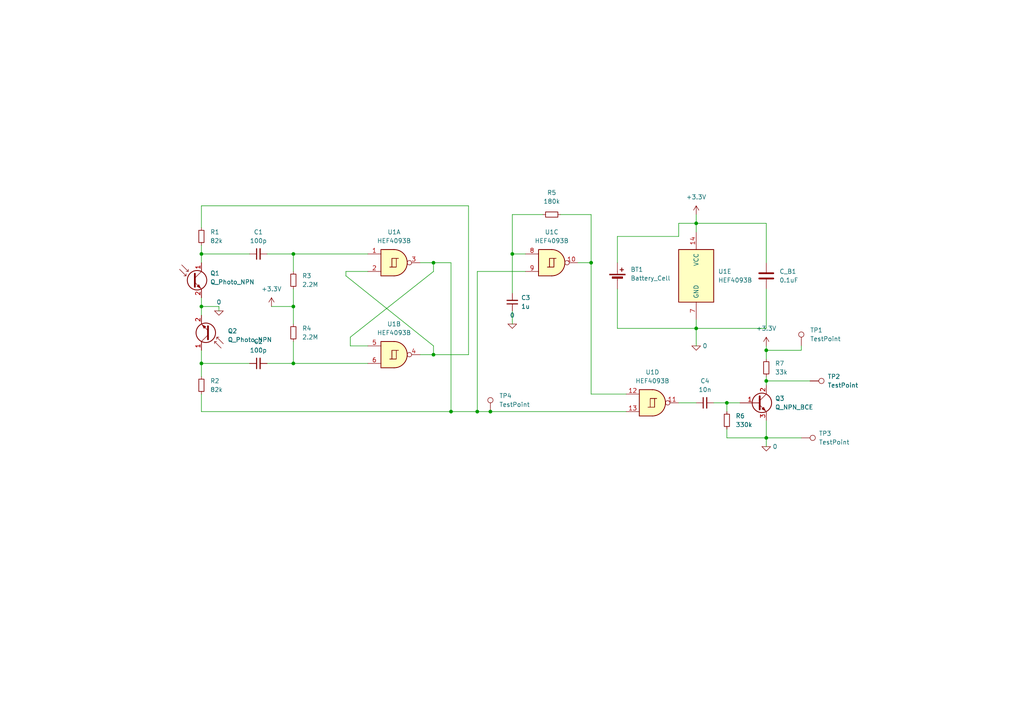
<source format=kicad_sch>
(kicad_sch (version 20230121) (generator eeschema)

  (uuid 1bcaeffc-debd-42e7-be4c-dcc146a9c9e1)

  (paper "A4")

  (lib_symbols
    (symbol "4xxx:HEF4093B" (pin_names (offset 1.016)) (in_bom yes) (on_board yes)
      (property "Reference" "U" (at 0 1.27 0)
        (effects (font (size 1.27 1.27)))
      )
      (property "Value" "HEF4093B" (at 0 -1.27 0)
        (effects (font (size 1.27 1.27)))
      )
      (property "Footprint" "" (at 0 0 0)
        (effects (font (size 1.27 1.27)) hide)
      )
      (property "Datasheet" "https://assets.nexperia.com/documents/data-sheet/HEF4093B.pdf" (at 0 0 0)
        (effects (font (size 1.27 1.27)) hide)
      )
      (property "ki_locked" "" (at 0 0 0)
        (effects (font (size 1.27 1.27)))
      )
      (property "ki_keywords" "NAND2" (at 0 0 0)
        (effects (font (size 1.27 1.27)) hide)
      )
      (property "ki_description" "Quad 2-Input NAND Schmitt Trigger, SOIC-14" (at 0 0 0)
        (effects (font (size 1.27 1.27)) hide)
      )
      (property "ki_fp_filters" "SOIC*3.9x8.7mm*P1.27mm*" (at 0 0 0)
        (effects (font (size 1.27 1.27)) hide)
      )
      (symbol "HEF4093B_1_0"
        (polyline
          (pts
            (xy -0.635 -1.27)
            (xy -0.635 1.27)
            (xy 0.635 1.27)
          )
          (stroke (width 0) (type default))
          (fill (type none))
        )
        (polyline
          (pts
            (xy -0.635 -1.27)
            (xy -0.635 1.27)
            (xy 0.635 1.27)
          )
          (stroke (width 0) (type default))
          (fill (type none))
        )
        (polyline
          (pts
            (xy -1.27 -1.27)
            (xy 0.635 -1.27)
            (xy 0.635 1.27)
            (xy 1.27 1.27)
          )
          (stroke (width 0) (type default))
          (fill (type none))
        )
        (polyline
          (pts
            (xy -1.27 -1.27)
            (xy 0.635 -1.27)
            (xy 0.635 1.27)
            (xy 1.27 1.27)
          )
          (stroke (width 0) (type default))
          (fill (type none))
        )
      )
      (symbol "HEF4093B_1_1"
        (arc (start 0 -3.81) (mid 3.7934 0) (end 0 3.81)
          (stroke (width 0.254) (type default))
          (fill (type background))
        )
        (polyline
          (pts
            (xy 0 3.81)
            (xy -3.81 3.81)
            (xy -3.81 -3.81)
            (xy 0 -3.81)
          )
          (stroke (width 0.254) (type default))
          (fill (type background))
        )
        (pin input line (at -7.62 2.54 0) (length 3.81)
          (name "~" (effects (font (size 1.27 1.27))))
          (number "1" (effects (font (size 1.27 1.27))))
        )
        (pin input line (at -7.62 -2.54 0) (length 3.81)
          (name "~" (effects (font (size 1.27 1.27))))
          (number "2" (effects (font (size 1.27 1.27))))
        )
        (pin output inverted (at 7.62 0 180) (length 3.81)
          (name "~" (effects (font (size 1.27 1.27))))
          (number "3" (effects (font (size 1.27 1.27))))
        )
      )
      (symbol "HEF4093B_1_2"
        (arc (start -3.81 -3.81) (mid -2.589 0) (end -3.81 3.81)
          (stroke (width 0.254) (type default))
          (fill (type none))
        )
        (arc (start -0.6096 -3.81) (mid 2.1842 -2.5851) (end 3.81 0)
          (stroke (width 0.254) (type default))
          (fill (type background))
        )
        (polyline
          (pts
            (xy -3.81 -3.81)
            (xy -0.635 -3.81)
          )
          (stroke (width 0.254) (type default))
          (fill (type background))
        )
        (polyline
          (pts
            (xy -3.81 3.81)
            (xy -0.635 3.81)
          )
          (stroke (width 0.254) (type default))
          (fill (type background))
        )
        (polyline
          (pts
            (xy -0.635 3.81)
            (xy -3.81 3.81)
            (xy -3.81 3.81)
            (xy -3.556 3.4036)
            (xy -3.0226 2.2606)
            (xy -2.6924 1.0414)
            (xy -2.6162 -0.254)
            (xy -2.7686 -1.4986)
            (xy -3.175 -2.7178)
            (xy -3.81 -3.81)
            (xy -3.81 -3.81)
            (xy -0.635 -3.81)
          )
          (stroke (width -25.4) (type default))
          (fill (type background))
        )
        (arc (start 3.81 0) (mid 2.1915 2.5936) (end -0.6096 3.81)
          (stroke (width 0.254) (type default))
          (fill (type background))
        )
        (pin input inverted (at -7.62 2.54 0) (length 4.318)
          (name "~" (effects (font (size 1.27 1.27))))
          (number "1" (effects (font (size 1.27 1.27))))
        )
        (pin input inverted (at -7.62 -2.54 0) (length 4.318)
          (name "~" (effects (font (size 1.27 1.27))))
          (number "2" (effects (font (size 1.27 1.27))))
        )
        (pin output line (at 7.62 0 180) (length 3.81)
          (name "~" (effects (font (size 1.27 1.27))))
          (number "3" (effects (font (size 1.27 1.27))))
        )
      )
      (symbol "HEF4093B_2_0"
        (polyline
          (pts
            (xy -0.635 -1.27)
            (xy -0.635 1.27)
            (xy 0.635 1.27)
          )
          (stroke (width 0) (type default))
          (fill (type none))
        )
        (polyline
          (pts
            (xy -0.635 -1.27)
            (xy -0.635 1.27)
            (xy 0.635 1.27)
          )
          (stroke (width 0) (type default))
          (fill (type none))
        )
        (polyline
          (pts
            (xy -1.27 -1.27)
            (xy 0.635 -1.27)
            (xy 0.635 1.27)
            (xy 1.27 1.27)
          )
          (stroke (width 0) (type default))
          (fill (type none))
        )
        (polyline
          (pts
            (xy -1.27 -1.27)
            (xy 0.635 -1.27)
            (xy 0.635 1.27)
            (xy 1.27 1.27)
          )
          (stroke (width 0) (type default))
          (fill (type none))
        )
      )
      (symbol "HEF4093B_2_1"
        (arc (start 0 -3.81) (mid 3.7934 0) (end 0 3.81)
          (stroke (width 0.254) (type default))
          (fill (type background))
        )
        (polyline
          (pts
            (xy 0 3.81)
            (xy -3.81 3.81)
            (xy -3.81 -3.81)
            (xy 0 -3.81)
          )
          (stroke (width 0.254) (type default))
          (fill (type background))
        )
        (pin output inverted (at 7.62 0 180) (length 3.81)
          (name "~" (effects (font (size 1.27 1.27))))
          (number "4" (effects (font (size 1.27 1.27))))
        )
        (pin input line (at -7.62 2.54 0) (length 3.81)
          (name "~" (effects (font (size 1.27 1.27))))
          (number "5" (effects (font (size 1.27 1.27))))
        )
        (pin input line (at -7.62 -2.54 0) (length 3.81)
          (name "~" (effects (font (size 1.27 1.27))))
          (number "6" (effects (font (size 1.27 1.27))))
        )
      )
      (symbol "HEF4093B_2_2"
        (arc (start -3.81 -3.81) (mid -2.589 0) (end -3.81 3.81)
          (stroke (width 0.254) (type default))
          (fill (type none))
        )
        (arc (start -0.6096 -3.81) (mid 2.1842 -2.5851) (end 3.81 0)
          (stroke (width 0.254) (type default))
          (fill (type background))
        )
        (polyline
          (pts
            (xy -3.81 -3.81)
            (xy -0.635 -3.81)
          )
          (stroke (width 0.254) (type default))
          (fill (type background))
        )
        (polyline
          (pts
            (xy -3.81 3.81)
            (xy -0.635 3.81)
          )
          (stroke (width 0.254) (type default))
          (fill (type background))
        )
        (polyline
          (pts
            (xy -0.635 3.81)
            (xy -3.81 3.81)
            (xy -3.81 3.81)
            (xy -3.556 3.4036)
            (xy -3.0226 2.2606)
            (xy -2.6924 1.0414)
            (xy -2.6162 -0.254)
            (xy -2.7686 -1.4986)
            (xy -3.175 -2.7178)
            (xy -3.81 -3.81)
            (xy -3.81 -3.81)
            (xy -0.635 -3.81)
          )
          (stroke (width -25.4) (type default))
          (fill (type background))
        )
        (arc (start 3.81 0) (mid 2.1915 2.5936) (end -0.6096 3.81)
          (stroke (width 0.254) (type default))
          (fill (type background))
        )
        (pin output line (at 7.62 0 180) (length 3.81)
          (name "~" (effects (font (size 1.27 1.27))))
          (number "4" (effects (font (size 1.27 1.27))))
        )
        (pin input inverted (at -7.62 2.54 0) (length 4.318)
          (name "~" (effects (font (size 1.27 1.27))))
          (number "5" (effects (font (size 1.27 1.27))))
        )
        (pin input inverted (at -7.62 -2.54 0) (length 4.318)
          (name "~" (effects (font (size 1.27 1.27))))
          (number "6" (effects (font (size 1.27 1.27))))
        )
      )
      (symbol "HEF4093B_3_0"
        (polyline
          (pts
            (xy -0.635 -1.27)
            (xy -0.635 1.27)
            (xy 0.635 1.27)
          )
          (stroke (width 0) (type default))
          (fill (type none))
        )
        (polyline
          (pts
            (xy -0.635 -1.27)
            (xy -0.635 1.27)
            (xy 0.635 1.27)
          )
          (stroke (width 0) (type default))
          (fill (type none))
        )
        (polyline
          (pts
            (xy -1.27 -1.27)
            (xy 0.635 -1.27)
            (xy 0.635 1.27)
            (xy 1.27 1.27)
          )
          (stroke (width 0) (type default))
          (fill (type none))
        )
        (polyline
          (pts
            (xy -1.27 -1.27)
            (xy 0.635 -1.27)
            (xy 0.635 1.27)
            (xy 1.27 1.27)
          )
          (stroke (width 0) (type default))
          (fill (type none))
        )
      )
      (symbol "HEF4093B_3_1"
        (arc (start 0 -3.81) (mid 3.7934 0) (end 0 3.81)
          (stroke (width 0.254) (type default))
          (fill (type background))
        )
        (polyline
          (pts
            (xy 0 3.81)
            (xy -3.81 3.81)
            (xy -3.81 -3.81)
            (xy 0 -3.81)
          )
          (stroke (width 0.254) (type default))
          (fill (type background))
        )
        (pin output inverted (at 7.62 0 180) (length 3.81)
          (name "~" (effects (font (size 1.27 1.27))))
          (number "10" (effects (font (size 1.27 1.27))))
        )
        (pin input line (at -7.62 2.54 0) (length 3.81)
          (name "~" (effects (font (size 1.27 1.27))))
          (number "8" (effects (font (size 1.27 1.27))))
        )
        (pin input line (at -7.62 -2.54 0) (length 3.81)
          (name "~" (effects (font (size 1.27 1.27))))
          (number "9" (effects (font (size 1.27 1.27))))
        )
      )
      (symbol "HEF4093B_3_2"
        (arc (start -3.81 -3.81) (mid -2.589 0) (end -3.81 3.81)
          (stroke (width 0.254) (type default))
          (fill (type none))
        )
        (arc (start -0.6096 -3.81) (mid 2.1842 -2.5851) (end 3.81 0)
          (stroke (width 0.254) (type default))
          (fill (type background))
        )
        (polyline
          (pts
            (xy -3.81 -3.81)
            (xy -0.635 -3.81)
          )
          (stroke (width 0.254) (type default))
          (fill (type background))
        )
        (polyline
          (pts
            (xy -3.81 3.81)
            (xy -0.635 3.81)
          )
          (stroke (width 0.254) (type default))
          (fill (type background))
        )
        (polyline
          (pts
            (xy -0.635 3.81)
            (xy -3.81 3.81)
            (xy -3.81 3.81)
            (xy -3.556 3.4036)
            (xy -3.0226 2.2606)
            (xy -2.6924 1.0414)
            (xy -2.6162 -0.254)
            (xy -2.7686 -1.4986)
            (xy -3.175 -2.7178)
            (xy -3.81 -3.81)
            (xy -3.81 -3.81)
            (xy -0.635 -3.81)
          )
          (stroke (width -25.4) (type default))
          (fill (type background))
        )
        (arc (start 3.81 0) (mid 2.1915 2.5936) (end -0.6096 3.81)
          (stroke (width 0.254) (type default))
          (fill (type background))
        )
        (pin output line (at 7.62 0 180) (length 3.81)
          (name "~" (effects (font (size 1.27 1.27))))
          (number "10" (effects (font (size 1.27 1.27))))
        )
        (pin input inverted (at -7.62 2.54 0) (length 4.318)
          (name "~" (effects (font (size 1.27 1.27))))
          (number "8" (effects (font (size 1.27 1.27))))
        )
        (pin input inverted (at -7.62 -2.54 0) (length 4.318)
          (name "~" (effects (font (size 1.27 1.27))))
          (number "9" (effects (font (size 1.27 1.27))))
        )
      )
      (symbol "HEF4093B_4_0"
        (polyline
          (pts
            (xy -0.635 -1.27)
            (xy -0.635 1.27)
            (xy 0.635 1.27)
          )
          (stroke (width 0) (type default))
          (fill (type none))
        )
        (polyline
          (pts
            (xy -0.635 -1.27)
            (xy -0.635 1.27)
            (xy 0.635 1.27)
          )
          (stroke (width 0) (type default))
          (fill (type none))
        )
        (polyline
          (pts
            (xy -1.27 -1.27)
            (xy 0.635 -1.27)
            (xy 0.635 1.27)
            (xy 1.27 1.27)
          )
          (stroke (width 0) (type default))
          (fill (type none))
        )
        (polyline
          (pts
            (xy -1.27 -1.27)
            (xy 0.635 -1.27)
            (xy 0.635 1.27)
            (xy 1.27 1.27)
          )
          (stroke (width 0) (type default))
          (fill (type none))
        )
      )
      (symbol "HEF4093B_4_1"
        (arc (start 0 -3.81) (mid 3.7934 0) (end 0 3.81)
          (stroke (width 0.254) (type default))
          (fill (type background))
        )
        (polyline
          (pts
            (xy 0 3.81)
            (xy -3.81 3.81)
            (xy -3.81 -3.81)
            (xy 0 -3.81)
          )
          (stroke (width 0.254) (type default))
          (fill (type background))
        )
        (pin output inverted (at 7.62 0 180) (length 3.81)
          (name "~" (effects (font (size 1.27 1.27))))
          (number "11" (effects (font (size 1.27 1.27))))
        )
        (pin input line (at -7.62 2.54 0) (length 3.81)
          (name "~" (effects (font (size 1.27 1.27))))
          (number "12" (effects (font (size 1.27 1.27))))
        )
        (pin input line (at -7.62 -2.54 0) (length 3.81)
          (name "~" (effects (font (size 1.27 1.27))))
          (number "13" (effects (font (size 1.27 1.27))))
        )
      )
      (symbol "HEF4093B_4_2"
        (arc (start -3.81 -3.81) (mid -2.589 0) (end -3.81 3.81)
          (stroke (width 0.254) (type default))
          (fill (type none))
        )
        (arc (start -0.6096 -3.81) (mid 2.1842 -2.5851) (end 3.81 0)
          (stroke (width 0.254) (type default))
          (fill (type background))
        )
        (polyline
          (pts
            (xy -3.81 -3.81)
            (xy -0.635 -3.81)
          )
          (stroke (width 0.254) (type default))
          (fill (type background))
        )
        (polyline
          (pts
            (xy -3.81 3.81)
            (xy -0.635 3.81)
          )
          (stroke (width 0.254) (type default))
          (fill (type background))
        )
        (polyline
          (pts
            (xy -0.635 3.81)
            (xy -3.81 3.81)
            (xy -3.81 3.81)
            (xy -3.556 3.4036)
            (xy -3.0226 2.2606)
            (xy -2.6924 1.0414)
            (xy -2.6162 -0.254)
            (xy -2.7686 -1.4986)
            (xy -3.175 -2.7178)
            (xy -3.81 -3.81)
            (xy -3.81 -3.81)
            (xy -0.635 -3.81)
          )
          (stroke (width -25.4) (type default))
          (fill (type background))
        )
        (arc (start 3.81 0) (mid 2.1915 2.5936) (end -0.6096 3.81)
          (stroke (width 0.254) (type default))
          (fill (type background))
        )
        (pin output line (at 7.62 0 180) (length 3.81)
          (name "~" (effects (font (size 1.27 1.27))))
          (number "11" (effects (font (size 1.27 1.27))))
        )
        (pin input inverted (at -7.62 2.54 0) (length 4.318)
          (name "~" (effects (font (size 1.27 1.27))))
          (number "12" (effects (font (size 1.27 1.27))))
        )
        (pin input inverted (at -7.62 -2.54 0) (length 4.318)
          (name "~" (effects (font (size 1.27 1.27))))
          (number "13" (effects (font (size 1.27 1.27))))
        )
      )
      (symbol "HEF4093B_5_0"
        (pin power_in line (at 0 12.7 270) (length 5.08)
          (name "VCC" (effects (font (size 1.27 1.27))))
          (number "14" (effects (font (size 1.27 1.27))))
        )
        (pin power_in line (at 0 -12.7 90) (length 5.08)
          (name "GND" (effects (font (size 1.27 1.27))))
          (number "7" (effects (font (size 1.27 1.27))))
        )
      )
      (symbol "HEF4093B_5_1"
        (rectangle (start -5.08 7.62) (end 5.08 -7.62)
          (stroke (width 0.254) (type default))
          (fill (type background))
        )
      )
    )
    (symbol "Connector:TestPoint" (pin_numbers hide) (pin_names (offset 0.762) hide) (in_bom yes) (on_board yes)
      (property "Reference" "TP" (at 0 6.858 0)
        (effects (font (size 1.27 1.27)))
      )
      (property "Value" "TestPoint" (at 0 5.08 0)
        (effects (font (size 1.27 1.27)))
      )
      (property "Footprint" "" (at 5.08 0 0)
        (effects (font (size 1.27 1.27)) hide)
      )
      (property "Datasheet" "~" (at 5.08 0 0)
        (effects (font (size 1.27 1.27)) hide)
      )
      (property "ki_keywords" "test point tp" (at 0 0 0)
        (effects (font (size 1.27 1.27)) hide)
      )
      (property "ki_description" "test point" (at 0 0 0)
        (effects (font (size 1.27 1.27)) hide)
      )
      (property "ki_fp_filters" "Pin* Test*" (at 0 0 0)
        (effects (font (size 1.27 1.27)) hide)
      )
      (symbol "TestPoint_0_1"
        (circle (center 0 3.302) (radius 0.762)
          (stroke (width 0) (type default))
          (fill (type none))
        )
      )
      (symbol "TestPoint_1_1"
        (pin passive line (at 0 0 90) (length 2.54)
          (name "1" (effects (font (size 1.27 1.27))))
          (number "1" (effects (font (size 1.27 1.27))))
        )
      )
    )
    (symbol "Device:Battery_Cell" (pin_numbers hide) (pin_names (offset 0) hide) (in_bom yes) (on_board yes)
      (property "Reference" "BT" (at 2.54 2.54 0)
        (effects (font (size 1.27 1.27)) (justify left))
      )
      (property "Value" "Battery_Cell" (at 2.54 0 0)
        (effects (font (size 1.27 1.27)) (justify left))
      )
      (property "Footprint" "" (at 0 1.524 90)
        (effects (font (size 1.27 1.27)) hide)
      )
      (property "Datasheet" "~" (at 0 1.524 90)
        (effects (font (size 1.27 1.27)) hide)
      )
      (property "ki_keywords" "battery cell" (at 0 0 0)
        (effects (font (size 1.27 1.27)) hide)
      )
      (property "ki_description" "Single-cell battery" (at 0 0 0)
        (effects (font (size 1.27 1.27)) hide)
      )
      (symbol "Battery_Cell_0_1"
        (rectangle (start -2.286 1.778) (end 2.286 1.524)
          (stroke (width 0) (type default))
          (fill (type outline))
        )
        (rectangle (start -1.524 1.016) (end 1.524 0.508)
          (stroke (width 0) (type default))
          (fill (type outline))
        )
        (polyline
          (pts
            (xy 0 0.762)
            (xy 0 0)
          )
          (stroke (width 0) (type default))
          (fill (type none))
        )
        (polyline
          (pts
            (xy 0 1.778)
            (xy 0 2.54)
          )
          (stroke (width 0) (type default))
          (fill (type none))
        )
        (polyline
          (pts
            (xy 0.762 3.048)
            (xy 1.778 3.048)
          )
          (stroke (width 0.254) (type default))
          (fill (type none))
        )
        (polyline
          (pts
            (xy 1.27 3.556)
            (xy 1.27 2.54)
          )
          (stroke (width 0.254) (type default))
          (fill (type none))
        )
      )
      (symbol "Battery_Cell_1_1"
        (pin passive line (at 0 5.08 270) (length 2.54)
          (name "+" (effects (font (size 1.27 1.27))))
          (number "1" (effects (font (size 1.27 1.27))))
        )
        (pin passive line (at 0 -2.54 90) (length 2.54)
          (name "-" (effects (font (size 1.27 1.27))))
          (number "2" (effects (font (size 1.27 1.27))))
        )
      )
    )
    (symbol "Device:C" (pin_numbers hide) (pin_names (offset 0.254)) (in_bom yes) (on_board yes)
      (property "Reference" "C" (at 0.635 2.54 0)
        (effects (font (size 1.27 1.27)) (justify left))
      )
      (property "Value" "C" (at 0.635 -2.54 0)
        (effects (font (size 1.27 1.27)) (justify left))
      )
      (property "Footprint" "" (at 0.9652 -3.81 0)
        (effects (font (size 1.27 1.27)) hide)
      )
      (property "Datasheet" "~" (at 0 0 0)
        (effects (font (size 1.27 1.27)) hide)
      )
      (property "ki_keywords" "cap capacitor" (at 0 0 0)
        (effects (font (size 1.27 1.27)) hide)
      )
      (property "ki_description" "Unpolarized capacitor" (at 0 0 0)
        (effects (font (size 1.27 1.27)) hide)
      )
      (property "ki_fp_filters" "C_*" (at 0 0 0)
        (effects (font (size 1.27 1.27)) hide)
      )
      (symbol "C_0_1"
        (polyline
          (pts
            (xy -2.032 -0.762)
            (xy 2.032 -0.762)
          )
          (stroke (width 0.508) (type default))
          (fill (type none))
        )
        (polyline
          (pts
            (xy -2.032 0.762)
            (xy 2.032 0.762)
          )
          (stroke (width 0.508) (type default))
          (fill (type none))
        )
      )
      (symbol "C_1_1"
        (pin passive line (at 0 3.81 270) (length 2.794)
          (name "~" (effects (font (size 1.27 1.27))))
          (number "1" (effects (font (size 1.27 1.27))))
        )
        (pin passive line (at 0 -3.81 90) (length 2.794)
          (name "~" (effects (font (size 1.27 1.27))))
          (number "2" (effects (font (size 1.27 1.27))))
        )
      )
    )
    (symbol "Device:C_Small" (pin_numbers hide) (pin_names (offset 0.254) hide) (in_bom yes) (on_board yes)
      (property "Reference" "C" (at 0.254 1.778 0)
        (effects (font (size 1.27 1.27)) (justify left))
      )
      (property "Value" "C_Small" (at 0.254 -2.032 0)
        (effects (font (size 1.27 1.27)) (justify left))
      )
      (property "Footprint" "" (at 0 0 0)
        (effects (font (size 1.27 1.27)) hide)
      )
      (property "Datasheet" "~" (at 0 0 0)
        (effects (font (size 1.27 1.27)) hide)
      )
      (property "ki_keywords" "capacitor cap" (at 0 0 0)
        (effects (font (size 1.27 1.27)) hide)
      )
      (property "ki_description" "Unpolarized capacitor, small symbol" (at 0 0 0)
        (effects (font (size 1.27 1.27)) hide)
      )
      (property "ki_fp_filters" "C_*" (at 0 0 0)
        (effects (font (size 1.27 1.27)) hide)
      )
      (symbol "C_Small_0_1"
        (polyline
          (pts
            (xy -1.524 -0.508)
            (xy 1.524 -0.508)
          )
          (stroke (width 0.3302) (type default))
          (fill (type none))
        )
        (polyline
          (pts
            (xy -1.524 0.508)
            (xy 1.524 0.508)
          )
          (stroke (width 0.3048) (type default))
          (fill (type none))
        )
      )
      (symbol "C_Small_1_1"
        (pin passive line (at 0 2.54 270) (length 2.032)
          (name "~" (effects (font (size 1.27 1.27))))
          (number "1" (effects (font (size 1.27 1.27))))
        )
        (pin passive line (at 0 -2.54 90) (length 2.032)
          (name "~" (effects (font (size 1.27 1.27))))
          (number "2" (effects (font (size 1.27 1.27))))
        )
      )
    )
    (symbol "Device:Q_NPN_BCE" (pin_names (offset 0) hide) (in_bom yes) (on_board yes)
      (property "Reference" "Q" (at 5.08 1.27 0)
        (effects (font (size 1.27 1.27)) (justify left))
      )
      (property "Value" "Q_NPN_BCE" (at 5.08 -1.27 0)
        (effects (font (size 1.27 1.27)) (justify left))
      )
      (property "Footprint" "" (at 5.08 2.54 0)
        (effects (font (size 1.27 1.27)) hide)
      )
      (property "Datasheet" "~" (at 0 0 0)
        (effects (font (size 1.27 1.27)) hide)
      )
      (property "ki_keywords" "transistor NPN" (at 0 0 0)
        (effects (font (size 1.27 1.27)) hide)
      )
      (property "ki_description" "NPN transistor, base/collector/emitter" (at 0 0 0)
        (effects (font (size 1.27 1.27)) hide)
      )
      (symbol "Q_NPN_BCE_0_1"
        (polyline
          (pts
            (xy 0.635 0.635)
            (xy 2.54 2.54)
          )
          (stroke (width 0) (type default))
          (fill (type none))
        )
        (polyline
          (pts
            (xy 0.635 -0.635)
            (xy 2.54 -2.54)
            (xy 2.54 -2.54)
          )
          (stroke (width 0) (type default))
          (fill (type none))
        )
        (polyline
          (pts
            (xy 0.635 1.905)
            (xy 0.635 -1.905)
            (xy 0.635 -1.905)
          )
          (stroke (width 0.508) (type default))
          (fill (type none))
        )
        (polyline
          (pts
            (xy 1.27 -1.778)
            (xy 1.778 -1.27)
            (xy 2.286 -2.286)
            (xy 1.27 -1.778)
            (xy 1.27 -1.778)
          )
          (stroke (width 0) (type default))
          (fill (type outline))
        )
        (circle (center 1.27 0) (radius 2.8194)
          (stroke (width 0.254) (type default))
          (fill (type none))
        )
      )
      (symbol "Q_NPN_BCE_1_1"
        (pin input line (at -5.08 0 0) (length 5.715)
          (name "B" (effects (font (size 1.27 1.27))))
          (number "1" (effects (font (size 1.27 1.27))))
        )
        (pin passive line (at 2.54 5.08 270) (length 2.54)
          (name "C" (effects (font (size 1.27 1.27))))
          (number "2" (effects (font (size 1.27 1.27))))
        )
        (pin passive line (at 2.54 -5.08 90) (length 2.54)
          (name "E" (effects (font (size 1.27 1.27))))
          (number "3" (effects (font (size 1.27 1.27))))
        )
      )
    )
    (symbol "Device:Q_Photo_NPN" (pin_names (offset 0) hide) (in_bom yes) (on_board yes)
      (property "Reference" "Q" (at 5.08 1.27 0)
        (effects (font (size 1.27 1.27)) (justify left))
      )
      (property "Value" "Q_Photo_NPN" (at 5.08 -1.27 0)
        (effects (font (size 1.27 1.27)) (justify left))
      )
      (property "Footprint" "" (at 5.08 2.54 0)
        (effects (font (size 1.27 1.27)) hide)
      )
      (property "Datasheet" "~" (at 0 0 0)
        (effects (font (size 1.27 1.27)) hide)
      )
      (property "ki_keywords" "phototransistor NPN" (at 0 0 0)
        (effects (font (size 1.27 1.27)) hide)
      )
      (property "ki_description" "NPN phototransistor, collector/emitter" (at 0 0 0)
        (effects (font (size 1.27 1.27)) hide)
      )
      (symbol "Q_Photo_NPN_0_1"
        (polyline
          (pts
            (xy -1.905 1.27)
            (xy -2.54 1.27)
          )
          (stroke (width 0) (type default))
          (fill (type none))
        )
        (polyline
          (pts
            (xy -1.27 2.54)
            (xy -1.905 2.54)
          )
          (stroke (width 0) (type default))
          (fill (type none))
        )
        (polyline
          (pts
            (xy 0.635 0.635)
            (xy 2.54 2.54)
          )
          (stroke (width 0) (type default))
          (fill (type none))
        )
        (polyline
          (pts
            (xy -3.81 3.175)
            (xy -1.905 1.27)
            (xy -1.905 1.905)
          )
          (stroke (width 0) (type default))
          (fill (type none))
        )
        (polyline
          (pts
            (xy -3.175 4.445)
            (xy -1.27 2.54)
            (xy -1.27 3.175)
          )
          (stroke (width 0) (type default))
          (fill (type none))
        )
        (polyline
          (pts
            (xy 0.635 -0.635)
            (xy 2.54 -2.54)
            (xy 2.54 -2.54)
          )
          (stroke (width 0) (type default))
          (fill (type none))
        )
        (polyline
          (pts
            (xy 0.635 1.905)
            (xy 0.635 -1.905)
            (xy 0.635 -1.905)
          )
          (stroke (width 0.508) (type default))
          (fill (type none))
        )
        (polyline
          (pts
            (xy 1.27 -1.778)
            (xy 1.778 -1.27)
            (xy 2.286 -2.286)
            (xy 1.27 -1.778)
            (xy 1.27 -1.778)
          )
          (stroke (width 0) (type default))
          (fill (type outline))
        )
        (circle (center 1.27 0) (radius 2.8194)
          (stroke (width 0.254) (type default))
          (fill (type none))
        )
      )
      (symbol "Q_Photo_NPN_1_1"
        (pin passive line (at 2.54 5.08 270) (length 2.54)
          (name "C" (effects (font (size 1.27 1.27))))
          (number "1" (effects (font (size 1.27 1.27))))
        )
        (pin passive line (at 2.54 -5.08 90) (length 2.54)
          (name "E" (effects (font (size 1.27 1.27))))
          (number "2" (effects (font (size 1.27 1.27))))
        )
      )
    )
    (symbol "Device:R_Small" (pin_numbers hide) (pin_names (offset 0.254) hide) (in_bom yes) (on_board yes)
      (property "Reference" "R" (at 0.762 0.508 0)
        (effects (font (size 1.27 1.27)) (justify left))
      )
      (property "Value" "R_Small" (at 0.762 -1.016 0)
        (effects (font (size 1.27 1.27)) (justify left))
      )
      (property "Footprint" "" (at 0 0 0)
        (effects (font (size 1.27 1.27)) hide)
      )
      (property "Datasheet" "~" (at 0 0 0)
        (effects (font (size 1.27 1.27)) hide)
      )
      (property "ki_keywords" "R resistor" (at 0 0 0)
        (effects (font (size 1.27 1.27)) hide)
      )
      (property "ki_description" "Resistor, small symbol" (at 0 0 0)
        (effects (font (size 1.27 1.27)) hide)
      )
      (property "ki_fp_filters" "R_*" (at 0 0 0)
        (effects (font (size 1.27 1.27)) hide)
      )
      (symbol "R_Small_0_1"
        (rectangle (start -0.762 1.778) (end 0.762 -1.778)
          (stroke (width 0.2032) (type default))
          (fill (type none))
        )
      )
      (symbol "R_Small_1_1"
        (pin passive line (at 0 2.54 270) (length 0.762)
          (name "~" (effects (font (size 1.27 1.27))))
          (number "1" (effects (font (size 1.27 1.27))))
        )
        (pin passive line (at 0 -2.54 90) (length 0.762)
          (name "~" (effects (font (size 1.27 1.27))))
          (number "2" (effects (font (size 1.27 1.27))))
        )
      )
    )
    (symbol "power:+3.3V" (power) (pin_names (offset 0)) (in_bom yes) (on_board yes)
      (property "Reference" "#PWR" (at 0 -3.81 0)
        (effects (font (size 1.27 1.27)) hide)
      )
      (property "Value" "+3.3V" (at 0 3.556 0)
        (effects (font (size 1.27 1.27)))
      )
      (property "Footprint" "" (at 0 0 0)
        (effects (font (size 1.27 1.27)) hide)
      )
      (property "Datasheet" "" (at 0 0 0)
        (effects (font (size 1.27 1.27)) hide)
      )
      (property "ki_keywords" "power-flag" (at 0 0 0)
        (effects (font (size 1.27 1.27)) hide)
      )
      (property "ki_description" "Power symbol creates a global label with name \"+3.3V\"" (at 0 0 0)
        (effects (font (size 1.27 1.27)) hide)
      )
      (symbol "+3.3V_0_1"
        (polyline
          (pts
            (xy -0.762 1.27)
            (xy 0 2.54)
          )
          (stroke (width 0) (type default))
          (fill (type none))
        )
        (polyline
          (pts
            (xy 0 0)
            (xy 0 2.54)
          )
          (stroke (width 0) (type default))
          (fill (type none))
        )
        (polyline
          (pts
            (xy 0 2.54)
            (xy 0.762 1.27)
          )
          (stroke (width 0) (type default))
          (fill (type none))
        )
      )
      (symbol "+3.3V_1_1"
        (pin power_in line (at 0 0 90) (length 0) hide
          (name "+3.3V" (effects (font (size 1.27 1.27))))
          (number "1" (effects (font (size 1.27 1.27))))
        )
      )
    )
    (symbol "pspice:0" (power) (pin_names (offset 0)) (in_bom yes) (on_board yes)
      (property "Reference" "#GND" (at 0 -2.54 0)
        (effects (font (size 1.27 1.27)) hide)
      )
      (property "Value" "0" (at 0 -1.778 0)
        (effects (font (size 1.27 1.27)))
      )
      (property "Footprint" "" (at 0 0 0)
        (effects (font (size 1.27 1.27)) hide)
      )
      (property "Datasheet" "~" (at 0 0 0)
        (effects (font (size 1.27 1.27)) hide)
      )
      (property "ki_keywords" "simulation" (at 0 0 0)
        (effects (font (size 1.27 1.27)) hide)
      )
      (property "ki_description" "0V reference potential for simulation" (at 0 0 0)
        (effects (font (size 1.27 1.27)) hide)
      )
      (symbol "0_0_1"
        (polyline
          (pts
            (xy -1.27 0)
            (xy 0 -1.27)
            (xy 1.27 0)
            (xy -1.27 0)
          )
          (stroke (width 0) (type default))
          (fill (type none))
        )
      )
      (symbol "0_1_1"
        (pin power_in line (at 0 0 0) (length 0) hide
          (name "0" (effects (font (size 1.016 1.016))))
          (number "1" (effects (font (size 1.016 1.016))))
        )
      )
    )
  )

  (junction (at 138.43 119.38) (diameter 0) (color 0 0 0 0)
    (uuid 0a76542d-c7cd-43b7-ab00-e6f6e2954b61)
  )
  (junction (at 148.59 73.66) (diameter 0) (color 0 0 0 0)
    (uuid 10bfffca-3a23-4496-988f-9a6c1901a5e0)
  )
  (junction (at 201.93 64.77) (diameter 0) (color 0 0 0 0)
    (uuid 122fa23a-4d32-46e4-abc3-53422ee2f757)
  )
  (junction (at 85.09 105.41) (diameter 0) (color 0 0 0 0)
    (uuid 20a56005-e85e-4f3e-8839-51ed821d7b68)
  )
  (junction (at 85.09 73.66) (diameter 0) (color 0 0 0 0)
    (uuid 2d8cc550-3db1-4ecf-b40e-e544c95e1119)
  )
  (junction (at 201.93 95.25) (diameter 0) (color 0 0 0 0)
    (uuid 36dbd8e4-4ea3-4e81-82f5-ca925f86eac5)
  )
  (junction (at 85.09 88.9) (diameter 0) (color 0 0 0 0)
    (uuid 4303d464-d723-4a99-9b85-929d01dfed53)
  )
  (junction (at 125.73 102.87) (diameter 0) (color 0 0 0 0)
    (uuid 43707f49-8e0c-4d2d-b7fc-dd6345d53223)
  )
  (junction (at 222.25 101.6) (diameter 0) (color 0 0 0 0)
    (uuid 5ca3942a-6bd7-40b4-8ddd-95ad130f5694)
  )
  (junction (at 142.24 119.38) (diameter 0) (color 0 0 0 0)
    (uuid 7fd965c5-640c-43a6-a62a-94e57890ae78)
  )
  (junction (at 125.73 76.2) (diameter 0) (color 0 0 0 0)
    (uuid 8820a2ba-5b55-4cf6-a82b-412c815b8e4e)
  )
  (junction (at 222.25 127) (diameter 0) (color 0 0 0 0)
    (uuid 8d4559ac-fd23-490a-b212-0671962d8366)
  )
  (junction (at 58.42 88.9) (diameter 0) (color 0 0 0 0)
    (uuid 90e32007-3a7d-4602-843f-658a17093d8b)
  )
  (junction (at 58.42 73.66) (diameter 0) (color 0 0 0 0)
    (uuid a82fcbd9-3826-4a83-aa0c-875fa5685cd2)
  )
  (junction (at 171.45 76.2) (diameter 0) (color 0 0 0 0)
    (uuid dd78269a-b4ab-4d51-bfd6-5faef0f29e5d)
  )
  (junction (at 222.25 110.49) (diameter 0) (color 0 0 0 0)
    (uuid e3fb5dd1-e7c3-4765-8853-1b5ff4a86e6d)
  )
  (junction (at 210.82 116.84) (diameter 0) (color 0 0 0 0)
    (uuid e6d44e0b-75fd-43a0-bf3b-ef43f6c8a948)
  )
  (junction (at 58.42 105.41) (diameter 0) (color 0 0 0 0)
    (uuid ef1de3ef-c3ed-47c6-a603-91cb6fe75fed)
  )
  (junction (at 130.81 119.38) (diameter 0) (color 0 0 0 0)
    (uuid f4c8a2c7-25ac-4dfe-a537-274ef7f720cd)
  )

  (wire (pts (xy 179.07 68.58) (xy 196.85 68.58))
    (stroke (width 0) (type default))
    (uuid 00918b52-ded7-4c26-b6e1-61c0ee22738d)
  )
  (wire (pts (xy 222.25 64.77) (xy 222.25 76.2))
    (stroke (width 0) (type default))
    (uuid 034d69bd-5d99-4f4f-b47e-4b74ebb7730a)
  )
  (wire (pts (xy 222.25 110.49) (xy 234.95 110.49))
    (stroke (width 0) (type default))
    (uuid 03f462de-2bef-4b15-9178-0b74b2b1ad37)
  )
  (wire (pts (xy 222.25 101.6) (xy 222.25 104.14))
    (stroke (width 0) (type default))
    (uuid 047ea145-97e1-44cd-8e4a-b12bb3da914c)
  )
  (wire (pts (xy 138.43 119.38) (xy 138.43 78.74))
    (stroke (width 0) (type default))
    (uuid 048dca94-892f-49fb-9c1e-745a851e0c8b)
  )
  (wire (pts (xy 210.82 124.46) (xy 210.82 127))
    (stroke (width 0) (type default))
    (uuid 04e2f1c1-f97d-441a-9a0d-6ece972b94c3)
  )
  (wire (pts (xy 148.59 73.66) (xy 152.4 73.66))
    (stroke (width 0) (type default))
    (uuid 053c68e2-c3c5-4058-9dc3-7c740862a02c)
  )
  (wire (pts (xy 58.42 88.9) (xy 58.42 91.44))
    (stroke (width 0) (type default))
    (uuid 0b85bacc-2d1c-44bf-b914-a5d9735464d6)
  )
  (wire (pts (xy 58.42 101.6) (xy 58.42 105.41))
    (stroke (width 0) (type default))
    (uuid 0cc7a806-7727-4f2c-9973-29675b0e11ee)
  )
  (wire (pts (xy 130.81 119.38) (xy 138.43 119.38))
    (stroke (width 0) (type default))
    (uuid 0ffabf28-0eb4-44df-b1b8-fe288502e0df)
  )
  (wire (pts (xy 77.47 73.66) (xy 85.09 73.66))
    (stroke (width 0) (type default))
    (uuid 12792d54-7f21-4b33-b8dd-6fa8b8ad1d49)
  )
  (wire (pts (xy 148.59 62.23) (xy 148.59 73.66))
    (stroke (width 0) (type default))
    (uuid 141dfab8-22ce-420b-9b44-1aa3c8426b95)
  )
  (wire (pts (xy 58.42 86.36) (xy 58.42 88.9))
    (stroke (width 0) (type default))
    (uuid 15c4cf48-3fc8-421a-8480-86af0b1c8382)
  )
  (wire (pts (xy 201.93 100.33) (xy 201.93 95.25))
    (stroke (width 0) (type default))
    (uuid 1f4f5dc5-979f-4abb-8d13-d5bc883377b1)
  )
  (wire (pts (xy 125.73 78.74) (xy 125.73 76.2))
    (stroke (width 0) (type default))
    (uuid 2257bba2-022f-4972-9b02-fbbc2cec60a2)
  )
  (wire (pts (xy 100.33 78.74) (xy 106.68 78.74))
    (stroke (width 0) (type default))
    (uuid 23545b07-ece1-4bd4-9c73-a86c32378192)
  )
  (wire (pts (xy 222.25 127) (xy 222.25 129.54))
    (stroke (width 0) (type default))
    (uuid 236ea138-e01f-4b2b-8519-3d866ca7ed39)
  )
  (wire (pts (xy 210.82 116.84) (xy 214.63 116.84))
    (stroke (width 0) (type default))
    (uuid 265e230a-03e4-496f-bdfe-c68084582216)
  )
  (wire (pts (xy 232.41 101.6) (xy 232.41 100.33))
    (stroke (width 0) (type default))
    (uuid 27856782-e3d6-4b88-ab3c-a227189cb0c6)
  )
  (wire (pts (xy 142.24 119.38) (xy 181.61 119.38))
    (stroke (width 0) (type default))
    (uuid 2b00439d-028f-4316-91e6-1961dd910e1f)
  )
  (wire (pts (xy 85.09 83.82) (xy 85.09 88.9))
    (stroke (width 0) (type default))
    (uuid 2b81a890-b76a-4528-926e-a324ef6a67dc)
  )
  (wire (pts (xy 101.6 97.79) (xy 101.6 100.33))
    (stroke (width 0) (type default))
    (uuid 2f6b3408-7eb7-4124-8107-e5b9a7efba9e)
  )
  (wire (pts (xy 196.85 64.77) (xy 201.93 64.77))
    (stroke (width 0) (type default))
    (uuid 338cd8ee-3353-4429-8028-8f5a938b794b)
  )
  (wire (pts (xy 196.85 68.58) (xy 196.85 64.77))
    (stroke (width 0) (type default))
    (uuid 33a3bd29-db73-41fd-9542-1b32573deca4)
  )
  (wire (pts (xy 201.93 62.23) (xy 201.93 64.77))
    (stroke (width 0) (type default))
    (uuid 35c1a578-eb07-43e5-9c21-6f65ea705a2a)
  )
  (wire (pts (xy 222.25 110.49) (xy 222.25 111.76))
    (stroke (width 0) (type default))
    (uuid 35f3a87e-93d4-4b5b-986c-a3a0b2d3c437)
  )
  (wire (pts (xy 222.25 100.33) (xy 222.25 101.6))
    (stroke (width 0) (type default))
    (uuid 375b625c-1536-42e3-a5a3-89f60298bdba)
  )
  (wire (pts (xy 222.25 64.77) (xy 201.93 64.77))
    (stroke (width 0) (type default))
    (uuid 398efc5f-f0a7-4dd5-adc5-23d2278b8346)
  )
  (wire (pts (xy 181.61 114.3) (xy 171.45 114.3))
    (stroke (width 0) (type default))
    (uuid 3af7d810-53cf-47aa-a785-f5f48f083dbc)
  )
  (wire (pts (xy 58.42 105.41) (xy 72.39 105.41))
    (stroke (width 0) (type default))
    (uuid 42a9d13f-d9ad-4823-8eda-01a30e6a2933)
  )
  (wire (pts (xy 196.85 116.84) (xy 201.93 116.84))
    (stroke (width 0) (type default))
    (uuid 4394ba49-280c-43e8-b480-4b22607650e1)
  )
  (wire (pts (xy 78.74 88.9) (xy 85.09 88.9))
    (stroke (width 0) (type default))
    (uuid 4eefa551-7464-4c61-a6c7-d8ef73fdafe0)
  )
  (wire (pts (xy 121.92 102.87) (xy 125.73 102.87))
    (stroke (width 0) (type default))
    (uuid 4f540f9c-d9b1-42a5-9b59-085df568b9c7)
  )
  (wire (pts (xy 179.07 95.25) (xy 201.93 95.25))
    (stroke (width 0) (type default))
    (uuid 5b10183b-9560-452f-9f7c-3563a3d8ef66)
  )
  (wire (pts (xy 58.42 88.9) (xy 63.5 88.9))
    (stroke (width 0) (type default))
    (uuid 5b7a4d91-7ddc-48fc-81ad-4c61037026d4)
  )
  (wire (pts (xy 58.42 66.04) (xy 58.42 59.69))
    (stroke (width 0) (type default))
    (uuid 5e64793d-65d3-437e-bdd6-29cd9eeec303)
  )
  (wire (pts (xy 148.59 62.23) (xy 157.48 62.23))
    (stroke (width 0) (type default))
    (uuid 66f445ee-1632-4bc6-8364-10639fd2103c)
  )
  (wire (pts (xy 100.33 80.01) (xy 100.33 78.74))
    (stroke (width 0) (type default))
    (uuid 6834c1dc-cbdb-4d4c-8560-54a829177406)
  )
  (wire (pts (xy 58.42 59.69) (xy 135.89 59.69))
    (stroke (width 0) (type default))
    (uuid 6a5a3634-a4e5-4779-ad55-af274df998c0)
  )
  (wire (pts (xy 201.93 64.77) (xy 201.93 67.31))
    (stroke (width 0) (type default))
    (uuid 71f35bbc-d0b0-4c65-8728-3ffdc249af4d)
  )
  (wire (pts (xy 58.42 73.66) (xy 58.42 76.2))
    (stroke (width 0) (type default))
    (uuid 7817022e-d150-4efd-8d23-7dc55c0567ca)
  )
  (wire (pts (xy 85.09 73.66) (xy 85.09 78.74))
    (stroke (width 0) (type default))
    (uuid 7834679c-c7e6-4c98-b37d-f8ba74da1d9e)
  )
  (wire (pts (xy 171.45 76.2) (xy 171.45 114.3))
    (stroke (width 0) (type default))
    (uuid 84056392-a9da-4369-ab52-1b6eaaf7ab04)
  )
  (wire (pts (xy 222.25 101.6) (xy 232.41 101.6))
    (stroke (width 0) (type default))
    (uuid 89f8e7d3-5591-4e45-afad-1aac07e31c91)
  )
  (wire (pts (xy 130.81 76.2) (xy 130.81 119.38))
    (stroke (width 0) (type default))
    (uuid 8a926855-7130-4c06-bfcc-810e3ec37720)
  )
  (wire (pts (xy 222.25 127) (xy 222.25 121.92))
    (stroke (width 0) (type default))
    (uuid 8c792fcc-7a68-4f95-ad06-523c1953395d)
  )
  (wire (pts (xy 125.73 102.87) (xy 125.73 100.33))
    (stroke (width 0) (type default))
    (uuid 8e6c23f3-9aad-464a-8a4f-a534354ad3c4)
  )
  (wire (pts (xy 85.09 99.06) (xy 85.09 105.41))
    (stroke (width 0) (type default))
    (uuid 8eea9b96-5911-4eeb-afd4-97a3dae83e65)
  )
  (wire (pts (xy 201.93 95.25) (xy 201.93 92.71))
    (stroke (width 0) (type default))
    (uuid 920563af-c03b-47ee-b9a7-2a3c1be4f330)
  )
  (wire (pts (xy 106.68 100.33) (xy 101.6 100.33))
    (stroke (width 0) (type default))
    (uuid 935f74e8-f134-462c-9a90-db081c0cf8b3)
  )
  (wire (pts (xy 85.09 88.9) (xy 85.09 93.98))
    (stroke (width 0) (type default))
    (uuid 979d16de-ec45-425b-af43-439a12469881)
  )
  (wire (pts (xy 207.01 116.84) (xy 210.82 116.84))
    (stroke (width 0) (type default))
    (uuid 980d007b-9aa2-445d-ba72-3b8ea00c3858)
  )
  (wire (pts (xy 210.82 127) (xy 222.25 127))
    (stroke (width 0) (type default))
    (uuid 9dcc9d44-4e23-4732-acc7-efcfee923d12)
  )
  (wire (pts (xy 148.59 93.98) (xy 148.59 90.17))
    (stroke (width 0) (type default))
    (uuid a1b6c9cf-a399-414e-8325-b6b54444eb62)
  )
  (wire (pts (xy 222.25 83.82) (xy 222.25 95.25))
    (stroke (width 0) (type default))
    (uuid a42362c1-6f20-407b-9d97-dfc8aabc4087)
  )
  (wire (pts (xy 138.43 78.74) (xy 152.4 78.74))
    (stroke (width 0) (type default))
    (uuid a7249fcc-4257-4863-b610-e395aeda1303)
  )
  (wire (pts (xy 125.73 76.2) (xy 121.92 76.2))
    (stroke (width 0) (type default))
    (uuid a952a469-6683-4405-8093-eb1923f323d4)
  )
  (wire (pts (xy 58.42 105.41) (xy 58.42 109.22))
    (stroke (width 0) (type default))
    (uuid ab4989f3-f432-47c1-8e78-13b9c09c4cbd)
  )
  (wire (pts (xy 100.33 80.01) (xy 125.73 100.33))
    (stroke (width 0) (type default))
    (uuid b0a455be-472a-4980-b409-f6bcfdbef567)
  )
  (wire (pts (xy 171.45 76.2) (xy 167.64 76.2))
    (stroke (width 0) (type default))
    (uuid b1e126af-bad9-426f-8e21-1c9d9c8555f1)
  )
  (wire (pts (xy 58.42 119.38) (xy 130.81 119.38))
    (stroke (width 0) (type default))
    (uuid b53b8fa2-48d8-4677-b3d8-c4dfd95d331c)
  )
  (wire (pts (xy 58.42 73.66) (xy 72.39 73.66))
    (stroke (width 0) (type default))
    (uuid b9529973-9783-4ce6-8497-cb882eb38683)
  )
  (wire (pts (xy 85.09 105.41) (xy 77.47 105.41))
    (stroke (width 0) (type default))
    (uuid be1b2ea3-f00f-447b-aed1-7e4e6796489f)
  )
  (wire (pts (xy 58.42 119.38) (xy 58.42 114.3))
    (stroke (width 0) (type default))
    (uuid beb5ec34-9128-442b-b68e-56ab7f69fda7)
  )
  (wire (pts (xy 125.73 102.87) (xy 135.89 102.87))
    (stroke (width 0) (type default))
    (uuid c338f398-efa0-4564-9a98-4dd141f19748)
  )
  (wire (pts (xy 210.82 116.84) (xy 210.82 119.38))
    (stroke (width 0) (type default))
    (uuid c4e8a5b0-7a0f-43c8-9021-411fe1753d15)
  )
  (wire (pts (xy 222.25 127) (xy 232.41 127))
    (stroke (width 0) (type default))
    (uuid ca8d2d19-1a85-4a40-ae14-435a66d8e100)
  )
  (wire (pts (xy 58.42 71.12) (xy 58.42 73.66))
    (stroke (width 0) (type default))
    (uuid cb6c3e4f-4071-421b-b2d2-58ccacbe5999)
  )
  (wire (pts (xy 179.07 83.82) (xy 179.07 95.25))
    (stroke (width 0) (type default))
    (uuid cccfa2ba-3ba0-455d-ba76-b77283273e9d)
  )
  (wire (pts (xy 162.56 62.23) (xy 171.45 62.23))
    (stroke (width 0) (type default))
    (uuid cdcfc293-2e0b-4e49-8cec-34758003a787)
  )
  (wire (pts (xy 138.43 119.38) (xy 142.24 119.38))
    (stroke (width 0) (type default))
    (uuid cff54c59-0c6f-425b-a864-2090c9dea658)
  )
  (wire (pts (xy 135.89 59.69) (xy 135.89 102.87))
    (stroke (width 0) (type default))
    (uuid d31e87a1-7aad-4f58-8324-991cb6095223)
  )
  (wire (pts (xy 63.5 90.17) (xy 63.5 88.9))
    (stroke (width 0) (type default))
    (uuid d6c3a2d5-5a2b-489b-8fc2-53b35737f43b)
  )
  (wire (pts (xy 222.25 109.22) (xy 222.25 110.49))
    (stroke (width 0) (type default))
    (uuid d79bad92-ed16-42ac-b79a-32aa7746ba7f)
  )
  (wire (pts (xy 85.09 73.66) (xy 106.68 73.66))
    (stroke (width 0) (type default))
    (uuid e12c856e-4530-4c9e-b5c0-e7e04569c586)
  )
  (wire (pts (xy 201.93 95.25) (xy 222.25 95.25))
    (stroke (width 0) (type default))
    (uuid e4c28972-e3e0-4cb9-83f3-16a1c98ef7f0)
  )
  (wire (pts (xy 171.45 62.23) (xy 171.45 76.2))
    (stroke (width 0) (type default))
    (uuid e6c71d98-3723-4956-bfb0-c6bce62bebf9)
  )
  (wire (pts (xy 179.07 76.2) (xy 179.07 68.58))
    (stroke (width 0) (type default))
    (uuid f3dd3911-9a35-4e4f-8714-fb218f89f9d0)
  )
  (wire (pts (xy 125.73 78.74) (xy 101.6 97.79))
    (stroke (width 0) (type default))
    (uuid f6321a9f-f3c2-42db-8665-95d08703e391)
  )
  (wire (pts (xy 85.09 105.41) (xy 106.68 105.41))
    (stroke (width 0) (type default))
    (uuid fb870d0a-e79f-468a-b1c5-7ba64b0a1382)
  )
  (wire (pts (xy 125.73 76.2) (xy 130.81 76.2))
    (stroke (width 0) (type default))
    (uuid fbc45c9b-94e4-4f33-b5b3-a29644464663)
  )
  (wire (pts (xy 148.59 73.66) (xy 148.59 85.09))
    (stroke (width 0) (type default))
    (uuid fe17d5ed-1579-4874-868a-72818380bbce)
  )

  (symbol (lib_id "power:+3.3V") (at 222.25 100.33 0) (unit 1)
    (in_bom yes) (on_board yes) (dnp no) (fields_autoplaced)
    (uuid 0bd89d24-7e54-4ea1-b482-1caa7643e1e2)
    (property "Reference" "#PWR0104" (at 222.25 104.14 0)
      (effects (font (size 1.27 1.27)) hide)
    )
    (property "Value" "+3.3V" (at 222.25 95.25 0)
      (effects (font (size 1.27 1.27)))
    )
    (property "Footprint" "" (at 222.25 100.33 0)
      (effects (font (size 1.27 1.27)) hide)
    )
    (property "Datasheet" "" (at 222.25 100.33 0)
      (effects (font (size 1.27 1.27)) hide)
    )
    (pin "1" (uuid 58f6a486-453a-4bea-b837-7ec1c8d95d18))
    (instances
      (project "Conference Circuit 1214"
        (path "/1bcaeffc-debd-42e7-be4c-dcc146a9c9e1"
          (reference "#PWR0104") (unit 1)
        )
      )
    )
  )

  (symbol (lib_id "Device:C_Small") (at 148.59 87.63 180) (unit 1)
    (in_bom yes) (on_board yes) (dnp no) (fields_autoplaced)
    (uuid 12e5f889-9f16-4016-b267-212982332757)
    (property "Reference" "C3" (at 151.13 86.3535 0)
      (effects (font (size 1.27 1.27)) (justify right))
    )
    (property "Value" "1u" (at 151.13 88.8935 0)
      (effects (font (size 1.27 1.27)) (justify right))
    )
    (property "Footprint" "Capacitor_SMD:C_0402_1005Metric" (at 148.59 87.63 0)
      (effects (font (size 1.27 1.27)) hide)
    )
    (property "Datasheet" "~" (at 148.59 87.63 0)
      (effects (font (size 1.27 1.27)) hide)
    )
    (pin "1" (uuid 8e6c5056-04e7-4bd0-9d4e-9465484727ed))
    (pin "2" (uuid 0c50fb28-bc7f-4d78-9d1d-ae1aac56d913))
    (instances
      (project "Conference Circuit 1214"
        (path "/1bcaeffc-debd-42e7-be4c-dcc146a9c9e1"
          (reference "C3") (unit 1)
        )
      )
    )
  )

  (symbol (lib_id "Device:R_Small") (at 222.25 106.68 0) (unit 1)
    (in_bom yes) (on_board yes) (dnp no) (fields_autoplaced)
    (uuid 19a20c3a-500d-4916-bf79-980de08840e4)
    (property "Reference" "R7" (at 224.79 105.4099 0)
      (effects (font (size 1.27 1.27)) (justify left))
    )
    (property "Value" "33k" (at 224.79 107.9499 0)
      (effects (font (size 1.27 1.27)) (justify left))
    )
    (property "Footprint" "Resistor_SMD:R_0402_1005Metric" (at 222.25 106.68 0)
      (effects (font (size 1.27 1.27)) hide)
    )
    (property "Datasheet" "~" (at 222.25 106.68 0)
      (effects (font (size 1.27 1.27)) hide)
    )
    (pin "1" (uuid 3cc53c03-4c5d-4433-914b-804ae7fabb77))
    (pin "2" (uuid ca17be95-bb9c-4f30-96d7-2a74af6835b5))
    (instances
      (project "Conference Circuit 1214"
        (path "/1bcaeffc-debd-42e7-be4c-dcc146a9c9e1"
          (reference "R7") (unit 1)
        )
      )
    )
  )

  (symbol (lib_id "Connector:TestPoint") (at 142.24 119.38 0) (unit 1)
    (in_bom yes) (on_board yes) (dnp no) (fields_autoplaced)
    (uuid 1e8100d7-8a7e-461e-83d8-5cfd7e27b4d7)
    (property "Reference" "TP4" (at 144.78 114.808 0)
      (effects (font (size 1.27 1.27)) (justify left))
    )
    (property "Value" "TestPoint" (at 144.78 117.348 0)
      (effects (font (size 1.27 1.27)) (justify left))
    )
    (property "Footprint" "Library:My_Mounting_Hole_V1" (at 147.32 119.38 0)
      (effects (font (size 1.27 1.27)) hide)
    )
    (property "Datasheet" "~" (at 147.32 119.38 0)
      (effects (font (size 1.27 1.27)) hide)
    )
    (pin "1" (uuid ef2b3743-7a40-4c0b-9ddf-2d996dc89922))
    (instances
      (project "Conference Circuit 1214"
        (path "/1bcaeffc-debd-42e7-be4c-dcc146a9c9e1"
          (reference "TP4") (unit 1)
        )
      )
    )
  )

  (symbol (lib_id "Device:C") (at 222.25 80.01 0) (unit 1)
    (in_bom yes) (on_board yes) (dnp no) (fields_autoplaced)
    (uuid 1eff237c-baf9-4379-a490-9392ea49e0f0)
    (property "Reference" "C_B1" (at 226.06 78.74 0)
      (effects (font (size 1.27 1.27)) (justify left))
    )
    (property "Value" "0.1uF" (at 226.06 81.28 0)
      (effects (font (size 1.27 1.27)) (justify left))
    )
    (property "Footprint" "Capacitor_SMD:C_0402_1005Metric" (at 223.2152 83.82 0)
      (effects (font (size 1.27 1.27)) hide)
    )
    (property "Datasheet" "~" (at 222.25 80.01 0)
      (effects (font (size 1.27 1.27)) hide)
    )
    (pin "1" (uuid 38c30204-d6f4-4e70-9f9d-7a1bc1923b5c))
    (pin "2" (uuid 20f52af7-ff8e-4eed-a78a-2b7064334e4e))
    (instances
      (project "Conference Circuit 1214"
        (path "/1bcaeffc-debd-42e7-be4c-dcc146a9c9e1"
          (reference "C_B1") (unit 1)
        )
      )
    )
  )

  (symbol (lib_id "4xxx:HEF4093B") (at 114.3 102.87 0) (unit 2)
    (in_bom yes) (on_board yes) (dnp no) (fields_autoplaced)
    (uuid 235e5e7e-1083-43b5-8a51-f040ec77a14a)
    (property "Reference" "U1" (at 114.3 93.98 0)
      (effects (font (size 1.27 1.27)))
    )
    (property "Value" "HEF4093B" (at 114.3 96.52 0)
      (effects (font (size 1.27 1.27)))
    )
    (property "Footprint" "Library:CD4093" (at 114.3 102.87 0)
      (effects (font (size 1.27 1.27)) hide)
    )
    (property "Datasheet" "https://assets.nexperia.com/documents/data-sheet/HEF4093B.pdf" (at 114.3 102.87 0)
      (effects (font (size 1.27 1.27)) hide)
    )
    (pin "1" (uuid f22e4a4c-1f46-4482-ad15-7a968ad228d3))
    (pin "2" (uuid 3b8dfbba-0256-4d1d-957a-443a7271be10))
    (pin "3" (uuid 65a2d8df-a7ca-4917-9bdb-864f63b69c4f))
    (pin "4" (uuid e25d7f28-0265-4eed-8f3c-e0622203457e))
    (pin "5" (uuid f4cf7da7-90f3-45b6-9028-f16a1082d9ad))
    (pin "6" (uuid 7a30487a-f7f7-4165-8e7d-279884289aba))
    (pin "10" (uuid 14544e6e-a7e7-454e-ad19-3be74bc0bb74))
    (pin "8" (uuid 9cfc437f-dcda-4cfc-b4c1-e7464a57af19))
    (pin "9" (uuid 092643cd-78eb-405a-ba54-f819d21cb733))
    (pin "11" (uuid fe551668-d29c-497f-b590-c8ad87fe553a))
    (pin "12" (uuid e034ad6a-12c5-4e25-a385-2f5ff5a350f5))
    (pin "13" (uuid 90f50b28-cba3-41d7-ac3c-3b7eb46a1bde))
    (pin "14" (uuid a2e43a1f-0d5e-4484-9524-b0be1d05f719))
    (pin "7" (uuid c9fb2b00-f1b9-44ca-b007-2798dd1065b1))
    (instances
      (project "Conference Circuit 1214"
        (path "/1bcaeffc-debd-42e7-be4c-dcc146a9c9e1"
          (reference "U1") (unit 2)
        )
      )
    )
  )

  (symbol (lib_id "Connector:TestPoint") (at 232.41 100.33 0) (unit 1)
    (in_bom yes) (on_board yes) (dnp no) (fields_autoplaced)
    (uuid 25430733-7fb0-4687-8573-0c8bb9433249)
    (property "Reference" "TP1" (at 234.95 95.758 0)
      (effects (font (size 1.27 1.27)) (justify left))
    )
    (property "Value" "TestPoint" (at 234.95 98.298 0)
      (effects (font (size 1.27 1.27)) (justify left))
    )
    (property "Footprint" "Library:My_Mounting_Hole_V1" (at 237.49 100.33 0)
      (effects (font (size 1.27 1.27)) hide)
    )
    (property "Datasheet" "~" (at 237.49 100.33 0)
      (effects (font (size 1.27 1.27)) hide)
    )
    (pin "1" (uuid 8dbdec61-e190-4502-b79b-7e23ae02dfca))
    (instances
      (project "Conference Circuit 1214"
        (path "/1bcaeffc-debd-42e7-be4c-dcc146a9c9e1"
          (reference "TP1") (unit 1)
        )
      )
    )
  )

  (symbol (lib_id "Device:R_Small") (at 210.82 121.92 0) (unit 1)
    (in_bom yes) (on_board yes) (dnp no) (fields_autoplaced)
    (uuid 33bab78e-172c-45e1-b333-8dceb235bcb5)
    (property "Reference" "R6" (at 213.36 120.6499 0)
      (effects (font (size 1.27 1.27)) (justify left))
    )
    (property "Value" "330k" (at 213.36 123.1899 0)
      (effects (font (size 1.27 1.27)) (justify left))
    )
    (property "Footprint" "Resistor_SMD:R_0402_1005Metric" (at 210.82 121.92 0)
      (effects (font (size 1.27 1.27)) hide)
    )
    (property "Datasheet" "~" (at 210.82 121.92 0)
      (effects (font (size 1.27 1.27)) hide)
    )
    (pin "1" (uuid 8f9aff0f-12ed-4b05-984c-dd0c72420ce3))
    (pin "2" (uuid 5a187baa-94e7-4b50-a29d-7403d2dddb4d))
    (instances
      (project "Conference Circuit 1214"
        (path "/1bcaeffc-debd-42e7-be4c-dcc146a9c9e1"
          (reference "R6") (unit 1)
        )
      )
    )
  )

  (symbol (lib_id "Device:Battery_Cell") (at 179.07 81.28 0) (unit 1)
    (in_bom yes) (on_board yes) (dnp no) (fields_autoplaced)
    (uuid 44bfd338-281f-4a37-afed-87633343b703)
    (property "Reference" "BT1" (at 182.88 78.1685 0)
      (effects (font (size 1.27 1.27)) (justify left))
    )
    (property "Value" "Battery_Cell" (at 182.88 80.7085 0)
      (effects (font (size 1.27 1.27)) (justify left))
    )
    (property "Footprint" "Library:FES_Batt_BR1225A&slash_HBN_PAN" (at 179.07 79.756 90)
      (effects (font (size 1.27 1.27)) hide)
    )
    (property "Datasheet" "~" (at 179.07 79.756 90)
      (effects (font (size 1.27 1.27)) hide)
    )
    (pin "1" (uuid 8b78aa54-9603-4778-ae0a-bb5e491df41d))
    (pin "2" (uuid bb88fb65-e447-40bc-8a3b-3652f21abe0e))
    (instances
      (project "Conference Circuit 1214"
        (path "/1bcaeffc-debd-42e7-be4c-dcc146a9c9e1"
          (reference "BT1") (unit 1)
        )
      )
    )
  )

  (symbol (lib_id "4xxx:HEF4093B") (at 201.93 80.01 0) (unit 5)
    (in_bom yes) (on_board yes) (dnp no) (fields_autoplaced)
    (uuid 4a6a8919-e26c-43b5-ba7a-56929ee47c9c)
    (property "Reference" "U1" (at 208.28 78.7399 0)
      (effects (font (size 1.27 1.27)) (justify left))
    )
    (property "Value" "HEF4093B" (at 208.28 81.2799 0)
      (effects (font (size 1.27 1.27)) (justify left))
    )
    (property "Footprint" "Library:CD4093" (at 201.93 80.01 0)
      (effects (font (size 1.27 1.27)) hide)
    )
    (property "Datasheet" "https://assets.nexperia.com/documents/data-sheet/HEF4093B.pdf" (at 201.93 80.01 0)
      (effects (font (size 1.27 1.27)) hide)
    )
    (pin "1" (uuid f22e4a4c-1f46-4482-ad15-7a968ad228d4))
    (pin "2" (uuid 3b8dfbba-0256-4d1d-957a-443a7271be11))
    (pin "3" (uuid 65a2d8df-a7ca-4917-9bdb-864f63b69c50))
    (pin "4" (uuid 3ca17d5b-3220-4378-b0c3-5af57a40243a))
    (pin "5" (uuid 0ff6df79-b35f-4b6f-bad5-575428bb841b))
    (pin "6" (uuid af128fdc-2001-4d47-a116-ecb1ed5c6c85))
    (pin "10" (uuid 14544e6e-a7e7-454e-ad19-3be74bc0bb75))
    (pin "8" (uuid 9cfc437f-dcda-4cfc-b4c1-e7464a57af1a))
    (pin "9" (uuid 092643cd-78eb-405a-ba54-f819d21cb734))
    (pin "11" (uuid fe551668-d29c-497f-b590-c8ad87fe553b))
    (pin "12" (uuid e034ad6a-12c5-4e25-a385-2f5ff5a350f6))
    (pin "13" (uuid 90f50b28-cba3-41d7-ac3c-3b7eb46a1bdf))
    (pin "14" (uuid a2e43a1f-0d5e-4484-9524-b0be1d05f71a))
    (pin "7" (uuid c9fb2b00-f1b9-44ca-b007-2798dd1065b2))
    (instances
      (project "Conference Circuit 1214"
        (path "/1bcaeffc-debd-42e7-be4c-dcc146a9c9e1"
          (reference "U1") (unit 5)
        )
      )
    )
  )

  (symbol (lib_id "Device:Q_Photo_NPN") (at 55.88 81.28 0) (unit 1)
    (in_bom yes) (on_board yes) (dnp no) (fields_autoplaced)
    (uuid 4b0f49c8-ae26-4fff-b85d-bb3d2eac1482)
    (property "Reference" "Q1" (at 60.96 79.2606 0)
      (effects (font (size 1.27 1.27)) (justify left))
    )
    (property "Value" "Q_Photo_NPN" (at 60.96 81.8006 0)
      (effects (font (size 1.27 1.27)) (justify left))
    )
    (property "Footprint" "Diode_SMD:D_1206_3216Metric_Pad1.42x1.75mm_HandSolder" (at 60.96 78.74 0)
      (effects (font (size 1.27 1.27)) hide)
    )
    (property "Datasheet" "~" (at 55.88 81.28 0)
      (effects (font (size 1.27 1.27)) hide)
    )
    (pin "1" (uuid e13c66c8-54f3-43e8-8ec8-c33a926f13e4))
    (pin "2" (uuid b5c0380e-fa83-4ee0-b3de-5ddc8ad814aa))
    (instances
      (project "Conference Circuit 1214"
        (path "/1bcaeffc-debd-42e7-be4c-dcc146a9c9e1"
          (reference "Q1") (unit 1)
        )
      )
    )
  )

  (symbol (lib_id "power:+3.3V") (at 201.93 62.23 0) (unit 1)
    (in_bom yes) (on_board yes) (dnp no) (fields_autoplaced)
    (uuid 59d526cd-79e6-4762-9bed-31d63306acaa)
    (property "Reference" "#PWR0103" (at 201.93 66.04 0)
      (effects (font (size 1.27 1.27)) hide)
    )
    (property "Value" "+3.3V" (at 201.93 57.15 0)
      (effects (font (size 1.27 1.27)))
    )
    (property "Footprint" "" (at 201.93 62.23 0)
      (effects (font (size 1.27 1.27)) hide)
    )
    (property "Datasheet" "" (at 201.93 62.23 0)
      (effects (font (size 1.27 1.27)) hide)
    )
    (pin "1" (uuid a1f08ed0-177c-4726-9002-1f144224c528))
    (instances
      (project "Conference Circuit 1214"
        (path "/1bcaeffc-debd-42e7-be4c-dcc146a9c9e1"
          (reference "#PWR0103") (unit 1)
        )
      )
    )
  )

  (symbol (lib_id "Device:R_Small") (at 85.09 96.52 0) (unit 1)
    (in_bom yes) (on_board yes) (dnp no) (fields_autoplaced)
    (uuid 605dc90a-dec1-4a4b-ac4e-b007cc6895d9)
    (property "Reference" "R4" (at 87.63 95.2499 0)
      (effects (font (size 1.27 1.27)) (justify left))
    )
    (property "Value" "2.2M" (at 87.63 97.7899 0)
      (effects (font (size 1.27 1.27)) (justify left))
    )
    (property "Footprint" "Resistor_SMD:R_0402_1005Metric" (at 85.09 96.52 0)
      (effects (font (size 1.27 1.27)) hide)
    )
    (property "Datasheet" "~" (at 85.09 96.52 0)
      (effects (font (size 1.27 1.27)) hide)
    )
    (pin "1" (uuid a51216fb-7bc5-43f2-a595-65feede3cc80))
    (pin "2" (uuid 49a0b1fd-540e-4e1e-8545-2f014d5167d2))
    (instances
      (project "Conference Circuit 1214"
        (path "/1bcaeffc-debd-42e7-be4c-dcc146a9c9e1"
          (reference "R4") (unit 1)
        )
      )
    )
  )

  (symbol (lib_id "pspice:0") (at 201.93 100.33 0) (unit 1)
    (in_bom yes) (on_board yes) (dnp no)
    (uuid 61b8247d-19a1-4e85-9d84-45ffa53a38e7)
    (property "Reference" "#GND0103" (at 201.93 102.87 0)
      (effects (font (size 1.27 1.27)) hide)
    )
    (property "Value" "0" (at 204.47 100.33 0)
      (effects (font (size 1.27 1.27)))
    )
    (property "Footprint" "" (at 201.93 100.33 0)
      (effects (font (size 1.27 1.27)) hide)
    )
    (property "Datasheet" "~" (at 201.93 100.33 0)
      (effects (font (size 1.27 1.27)) hide)
    )
    (pin "1" (uuid ba295c83-ea29-4f49-83f4-9f04ce07f2e3))
    (instances
      (project "Conference Circuit 1214"
        (path "/1bcaeffc-debd-42e7-be4c-dcc146a9c9e1"
          (reference "#GND0103") (unit 1)
        )
      )
    )
  )

  (symbol (lib_id "Device:R_Small") (at 85.09 81.28 0) (unit 1)
    (in_bom yes) (on_board yes) (dnp no) (fields_autoplaced)
    (uuid 620f6abf-2b65-48ad-94ed-a785ff118ee3)
    (property "Reference" "R3" (at 87.63 80.0099 0)
      (effects (font (size 1.27 1.27)) (justify left))
    )
    (property "Value" "2.2M" (at 87.63 82.5499 0)
      (effects (font (size 1.27 1.27)) (justify left))
    )
    (property "Footprint" "Resistor_SMD:R_0402_1005Metric" (at 85.09 81.28 0)
      (effects (font (size 1.27 1.27)) hide)
    )
    (property "Datasheet" "~" (at 85.09 81.28 0)
      (effects (font (size 1.27 1.27)) hide)
    )
    (pin "1" (uuid 46851370-51c6-440f-a559-cbc157cbc0a7))
    (pin "2" (uuid 2b1e4026-c8bf-45ca-b2aa-ad1b841c82fd))
    (instances
      (project "Conference Circuit 1214"
        (path "/1bcaeffc-debd-42e7-be4c-dcc146a9c9e1"
          (reference "R3") (unit 1)
        )
      )
    )
  )

  (symbol (lib_id "Device:R_Small") (at 58.42 68.58 0) (unit 1)
    (in_bom yes) (on_board yes) (dnp no) (fields_autoplaced)
    (uuid 62532236-1106-4007-8557-25bb1214031e)
    (property "Reference" "R1" (at 60.96 67.3099 0)
      (effects (font (size 1.27 1.27)) (justify left))
    )
    (property "Value" "82k" (at 60.96 69.8499 0)
      (effects (font (size 1.27 1.27)) (justify left))
    )
    (property "Footprint" "Resistor_SMD:R_0402_1005Metric" (at 58.42 68.58 0)
      (effects (font (size 1.27 1.27)) hide)
    )
    (property "Datasheet" "~" (at 58.42 68.58 0)
      (effects (font (size 1.27 1.27)) hide)
    )
    (pin "1" (uuid 1d7af7d4-7ccc-4145-b9b1-a481eb9a4184))
    (pin "2" (uuid 315c0096-50ba-4def-a485-df1d8ac9fec1))
    (instances
      (project "Conference Circuit 1214"
        (path "/1bcaeffc-debd-42e7-be4c-dcc146a9c9e1"
          (reference "R1") (unit 1)
        )
      )
    )
  )

  (symbol (lib_id "power:+3.3V") (at 78.74 88.9 0) (unit 1)
    (in_bom yes) (on_board yes) (dnp no) (fields_autoplaced)
    (uuid 6e780864-9ef0-4c5f-9fac-50e15892ca2e)
    (property "Reference" "#PWR0101" (at 78.74 92.71 0)
      (effects (font (size 1.27 1.27)) hide)
    )
    (property "Value" "+3.3V" (at 78.74 83.82 0)
      (effects (font (size 1.27 1.27)))
    )
    (property "Footprint" "" (at 78.74 88.9 0)
      (effects (font (size 1.27 1.27)) hide)
    )
    (property "Datasheet" "" (at 78.74 88.9 0)
      (effects (font (size 1.27 1.27)) hide)
    )
    (pin "1" (uuid 934a7778-da72-45e0-b583-65d4f643f186))
    (instances
      (project "Conference Circuit 1214"
        (path "/1bcaeffc-debd-42e7-be4c-dcc146a9c9e1"
          (reference "#PWR0101") (unit 1)
        )
      )
    )
  )

  (symbol (lib_id "Device:C_Small") (at 74.93 105.41 90) (unit 1)
    (in_bom yes) (on_board yes) (dnp no) (fields_autoplaced)
    (uuid 767c1dc1-e51c-4228-b054-7dfa7adf6c60)
    (property "Reference" "C2" (at 74.9363 99.06 90)
      (effects (font (size 1.27 1.27)))
    )
    (property "Value" "100p" (at 74.9363 101.6 90)
      (effects (font (size 1.27 1.27)))
    )
    (property "Footprint" "Capacitor_SMD:C_0402_1005Metric" (at 74.93 105.41 0)
      (effects (font (size 1.27 1.27)) hide)
    )
    (property "Datasheet" "~" (at 74.93 105.41 0)
      (effects (font (size 1.27 1.27)) hide)
    )
    (pin "1" (uuid e2d6ce3f-7fd2-489c-b588-e9bdbeaef282))
    (pin "2" (uuid 9d147cc0-3f46-4cf6-b701-62715c644424))
    (instances
      (project "Conference Circuit 1214"
        (path "/1bcaeffc-debd-42e7-be4c-dcc146a9c9e1"
          (reference "C2") (unit 1)
        )
      )
    )
  )

  (symbol (lib_id "pspice:0") (at 222.25 129.54 0) (unit 1)
    (in_bom yes) (on_board yes) (dnp no)
    (uuid 7aa0ab4f-59a2-4eb8-90ab-2404c0204449)
    (property "Reference" "#GND0104" (at 222.25 132.08 0)
      (effects (font (size 1.27 1.27)) hide)
    )
    (property "Value" "0" (at 224.79 129.54 0)
      (effects (font (size 1.27 1.27)))
    )
    (property "Footprint" "" (at 222.25 129.54 0)
      (effects (font (size 1.27 1.27)) hide)
    )
    (property "Datasheet" "~" (at 222.25 129.54 0)
      (effects (font (size 1.27 1.27)) hide)
    )
    (pin "1" (uuid 4bb8ebf5-94be-44c2-a331-bd33ea87aebd))
    (instances
      (project "Conference Circuit 1214"
        (path "/1bcaeffc-debd-42e7-be4c-dcc146a9c9e1"
          (reference "#GND0104") (unit 1)
        )
      )
    )
  )

  (symbol (lib_id "pspice:0") (at 63.5 90.17 0) (unit 1)
    (in_bom yes) (on_board yes) (dnp no) (fields_autoplaced)
    (uuid 7ed8a0e9-37b0-4a59-8596-0ee8665f7844)
    (property "Reference" "#GND0101" (at 63.5 92.71 0)
      (effects (font (size 1.27 1.27)) hide)
    )
    (property "Value" "0" (at 63.5 87.63 0)
      (effects (font (size 1.27 1.27)))
    )
    (property "Footprint" "" (at 63.5 90.17 0)
      (effects (font (size 1.27 1.27)) hide)
    )
    (property "Datasheet" "~" (at 63.5 90.17 0)
      (effects (font (size 1.27 1.27)) hide)
    )
    (pin "1" (uuid 8926f289-cc49-4fa6-847f-e1d91055d9ed))
    (instances
      (project "Conference Circuit 1214"
        (path "/1bcaeffc-debd-42e7-be4c-dcc146a9c9e1"
          (reference "#GND0101") (unit 1)
        )
      )
    )
  )

  (symbol (lib_id "Device:Q_Photo_NPN") (at 60.96 96.52 180) (unit 1)
    (in_bom yes) (on_board yes) (dnp no) (fields_autoplaced)
    (uuid aa47a5ed-0d3e-481f-80bf-5ca88982b54f)
    (property "Reference" "Q2" (at 66.04 95.9993 0)
      (effects (font (size 1.27 1.27)) (justify right))
    )
    (property "Value" "Q_Photo_NPN" (at 66.04 98.5393 0)
      (effects (font (size 1.27 1.27)) (justify right))
    )
    (property "Footprint" "Diode_SMD:D_1206_3216Metric_Pad1.42x1.75mm_HandSolder" (at 55.88 99.06 0)
      (effects (font (size 1.27 1.27)) hide)
    )
    (property "Datasheet" "~" (at 60.96 96.52 0)
      (effects (font (size 1.27 1.27)) hide)
    )
    (pin "1" (uuid 8f6bd629-0245-4314-b36e-6221284d2b45))
    (pin "2" (uuid a6cc1722-7b80-4198-8a78-82fe64d3ff04))
    (instances
      (project "Conference Circuit 1214"
        (path "/1bcaeffc-debd-42e7-be4c-dcc146a9c9e1"
          (reference "Q2") (unit 1)
        )
      )
    )
  )

  (symbol (lib_id "Connector:TestPoint") (at 234.95 110.49 270) (unit 1)
    (in_bom yes) (on_board yes) (dnp no) (fields_autoplaced)
    (uuid aa78c541-f3a4-4b91-b87f-84efe499bdc5)
    (property "Reference" "TP2" (at 240.03 109.22 90)
      (effects (font (size 1.27 1.27)) (justify left))
    )
    (property "Value" "TestPoint" (at 240.03 111.76 90)
      (effects (font (size 1.27 1.27)) (justify left))
    )
    (property "Footprint" "Library:My_Mounting_Hole_V1" (at 234.95 115.57 0)
      (effects (font (size 1.27 1.27)) hide)
    )
    (property "Datasheet" "~" (at 234.95 115.57 0)
      (effects (font (size 1.27 1.27)) hide)
    )
    (pin "1" (uuid 1ada2961-3373-4300-9e02-1ec8f37e63a2))
    (instances
      (project "Conference Circuit 1214"
        (path "/1bcaeffc-debd-42e7-be4c-dcc146a9c9e1"
          (reference "TP2") (unit 1)
        )
      )
    )
  )

  (symbol (lib_id "4xxx:HEF4093B") (at 114.3 76.2 0) (unit 1)
    (in_bom yes) (on_board yes) (dnp no) (fields_autoplaced)
    (uuid aa7b7e21-7c81-4555-8c2a-029d71005c29)
    (property "Reference" "U1" (at 114.3 67.31 0)
      (effects (font (size 1.27 1.27)))
    )
    (property "Value" "HEF4093B" (at 114.3 69.85 0)
      (effects (font (size 1.27 1.27)))
    )
    (property "Footprint" "Library:CD4093" (at 114.3 76.2 0)
      (effects (font (size 1.27 1.27)) hide)
    )
    (property "Datasheet" "https://assets.nexperia.com/documents/data-sheet/HEF4093B.pdf" (at 114.3 76.2 0)
      (effects (font (size 1.27 1.27)) hide)
    )
    (pin "1" (uuid b7de7ef4-0f10-4ccc-b543-7593fdc9ded6))
    (pin "2" (uuid b4afab79-aaa9-4d92-b3c7-f1be3c8e027e))
    (pin "3" (uuid 48517e3b-4bec-4275-bf31-378a268ade6d))
    (pin "4" (uuid f014e59e-db80-4410-92d9-b36eeb1cb89c))
    (pin "5" (uuid 8f1b4334-27db-40bd-90d6-2437a263e201))
    (pin "6" (uuid 690cea1b-b2af-41fb-8a99-8c388f2b914d))
    (pin "10" (uuid 51510e4e-70c7-45c4-802d-f1a10339650f))
    (pin "8" (uuid f677f46f-48c7-40b1-9bc4-09c67a354eda))
    (pin "9" (uuid f672359d-8de4-47cf-99be-ff9e630743fd))
    (pin "11" (uuid 3d0ab646-5881-44a0-9df1-f627b721db4a))
    (pin "12" (uuid 6452376a-8d4b-4844-b425-f23bae8862a6))
    (pin "13" (uuid deae9857-b314-491d-a2fe-59ba068ec07e))
    (pin "14" (uuid 01158f67-f19e-4005-bafb-0819d8f29f19))
    (pin "7" (uuid 532df845-c743-486f-a321-f8d4795693c8))
    (instances
      (project "Conference Circuit 1214"
        (path "/1bcaeffc-debd-42e7-be4c-dcc146a9c9e1"
          (reference "U1") (unit 1)
        )
      )
    )
  )

  (symbol (lib_id "pspice:0") (at 148.59 93.98 0) (unit 1)
    (in_bom yes) (on_board yes) (dnp no) (fields_autoplaced)
    (uuid ae226632-2bb0-4868-a76a-ceb165d4e615)
    (property "Reference" "#GND0102" (at 148.59 96.52 0)
      (effects (font (size 1.27 1.27)) hide)
    )
    (property "Value" "0" (at 148.59 91.44 0)
      (effects (font (size 1.27 1.27)))
    )
    (property "Footprint" "" (at 148.59 93.98 0)
      (effects (font (size 1.27 1.27)) hide)
    )
    (property "Datasheet" "~" (at 148.59 93.98 0)
      (effects (font (size 1.27 1.27)) hide)
    )
    (pin "1" (uuid e26892b9-55cf-409e-8c06-3773145d0cff))
    (instances
      (project "Conference Circuit 1214"
        (path "/1bcaeffc-debd-42e7-be4c-dcc146a9c9e1"
          (reference "#GND0102") (unit 1)
        )
      )
    )
  )

  (symbol (lib_id "Device:R_Small") (at 58.42 111.76 0) (unit 1)
    (in_bom yes) (on_board yes) (dnp no) (fields_autoplaced)
    (uuid b6028b30-0dce-4f2e-9b96-e707ba03a6f3)
    (property "Reference" "R2" (at 60.96 110.4899 0)
      (effects (font (size 1.27 1.27)) (justify left))
    )
    (property "Value" "82k" (at 60.96 113.0299 0)
      (effects (font (size 1.27 1.27)) (justify left))
    )
    (property "Footprint" "Resistor_SMD:R_0402_1005Metric" (at 58.42 111.76 0)
      (effects (font (size 1.27 1.27)) hide)
    )
    (property "Datasheet" "~" (at 58.42 111.76 0)
      (effects (font (size 1.27 1.27)) hide)
    )
    (pin "1" (uuid f2db818f-8886-4c27-8083-9eef48a4adbf))
    (pin "2" (uuid e455301d-2054-4dfd-a3d1-2f9122843169))
    (instances
      (project "Conference Circuit 1214"
        (path "/1bcaeffc-debd-42e7-be4c-dcc146a9c9e1"
          (reference "R2") (unit 1)
        )
      )
    )
  )

  (symbol (lib_id "Device:C_Small") (at 204.47 116.84 90) (unit 1)
    (in_bom yes) (on_board yes) (dnp no) (fields_autoplaced)
    (uuid c24bb509-92b2-4d9f-9160-59d0124dbe04)
    (property "Reference" "C4" (at 204.4763 110.49 90)
      (effects (font (size 1.27 1.27)))
    )
    (property "Value" "10n" (at 204.4763 113.03 90)
      (effects (font (size 1.27 1.27)))
    )
    (property "Footprint" "Capacitor_SMD:C_0402_1005Metric" (at 204.47 116.84 0)
      (effects (font (size 1.27 1.27)) hide)
    )
    (property "Datasheet" "~" (at 204.47 116.84 0)
      (effects (font (size 1.27 1.27)) hide)
    )
    (pin "1" (uuid 5a6a1981-8821-4016-9237-a99534e4deb6))
    (pin "2" (uuid 5155005e-126b-421a-b516-495a7b3234bd))
    (instances
      (project "Conference Circuit 1214"
        (path "/1bcaeffc-debd-42e7-be4c-dcc146a9c9e1"
          (reference "C4") (unit 1)
        )
      )
    )
  )

  (symbol (lib_id "4xxx:HEF4093B") (at 160.02 76.2 0) (unit 3)
    (in_bom yes) (on_board yes) (dnp no) (fields_autoplaced)
    (uuid cab5e470-24e0-48a3-87cd-2dc419714c0f)
    (property "Reference" "U1" (at 160.02 67.31 0)
      (effects (font (size 1.27 1.27)))
    )
    (property "Value" "HEF4093B" (at 160.02 69.85 0)
      (effects (font (size 1.27 1.27)))
    )
    (property "Footprint" "Library:CD4093" (at 160.02 76.2 0)
      (effects (font (size 1.27 1.27)) hide)
    )
    (property "Datasheet" "https://assets.nexperia.com/documents/data-sheet/HEF4093B.pdf" (at 160.02 76.2 0)
      (effects (font (size 1.27 1.27)) hide)
    )
    (pin "1" (uuid 0e1ce16e-0a6b-4aa4-b502-769a6a4a98c7))
    (pin "2" (uuid c7a65c61-cef3-4680-a6de-e3d0f54170c9))
    (pin "3" (uuid 84d4a19c-afcd-49e4-a874-be1b74a028d2))
    (pin "4" (uuid f014e59e-db80-4410-92d9-b36eeb1cb89d))
    (pin "5" (uuid 8f1b4334-27db-40bd-90d6-2437a263e202))
    (pin "6" (uuid 690cea1b-b2af-41fb-8a99-8c388f2b914e))
    (pin "10" (uuid 51510e4e-70c7-45c4-802d-f1a103396510))
    (pin "8" (uuid f677f46f-48c7-40b1-9bc4-09c67a354edb))
    (pin "9" (uuid f672359d-8de4-47cf-99be-ff9e630743fe))
    (pin "11" (uuid 3d0ab646-5881-44a0-9df1-f627b721db4b))
    (pin "12" (uuid 6452376a-8d4b-4844-b425-f23bae8862a7))
    (pin "13" (uuid deae9857-b314-491d-a2fe-59ba068ec07f))
    (pin "14" (uuid 01158f67-f19e-4005-bafb-0819d8f29f1a))
    (pin "7" (uuid 532df845-c743-486f-a321-f8d4795693c9))
    (instances
      (project "Conference Circuit 1214"
        (path "/1bcaeffc-debd-42e7-be4c-dcc146a9c9e1"
          (reference "U1") (unit 3)
        )
      )
    )
  )

  (symbol (lib_id "Device:C_Small") (at 74.93 73.66 90) (unit 1)
    (in_bom yes) (on_board yes) (dnp no) (fields_autoplaced)
    (uuid d731fe79-bebb-4301-91c6-742787936820)
    (property "Reference" "C1" (at 74.9363 67.31 90)
      (effects (font (size 1.27 1.27)))
    )
    (property "Value" "100p" (at 74.9363 69.85 90)
      (effects (font (size 1.27 1.27)))
    )
    (property "Footprint" "Capacitor_SMD:C_0402_1005Metric" (at 74.93 73.66 0)
      (effects (font (size 1.27 1.27)) hide)
    )
    (property "Datasheet" "~" (at 74.93 73.66 0)
      (effects (font (size 1.27 1.27)) hide)
    )
    (pin "1" (uuid 03b98182-bf35-452b-9d3a-214818143688))
    (pin "2" (uuid a18f073d-735e-4c3e-ba79-886fa2123fe7))
    (instances
      (project "Conference Circuit 1214"
        (path "/1bcaeffc-debd-42e7-be4c-dcc146a9c9e1"
          (reference "C1") (unit 1)
        )
      )
    )
  )

  (symbol (lib_id "Device:R_Small") (at 160.02 62.23 90) (unit 1)
    (in_bom yes) (on_board yes) (dnp no) (fields_autoplaced)
    (uuid df117026-529e-4881-b954-03eb40bae8ae)
    (property "Reference" "R5" (at 160.02 55.88 90)
      (effects (font (size 1.27 1.27)))
    )
    (property "Value" "180k" (at 160.02 58.42 90)
      (effects (font (size 1.27 1.27)))
    )
    (property "Footprint" "Resistor_SMD:R_0402_1005Metric" (at 160.02 62.23 0)
      (effects (font (size 1.27 1.27)) hide)
    )
    (property "Datasheet" "~" (at 160.02 62.23 0)
      (effects (font (size 1.27 1.27)) hide)
    )
    (pin "1" (uuid e223c4a8-87db-4729-8a65-36ce1674c2d1))
    (pin "2" (uuid c3c958f1-fa2a-467d-9ff2-c25112fbf545))
    (instances
      (project "Conference Circuit 1214"
        (path "/1bcaeffc-debd-42e7-be4c-dcc146a9c9e1"
          (reference "R5") (unit 1)
        )
      )
    )
  )

  (symbol (lib_id "4xxx:HEF4093B") (at 189.23 116.84 0) (unit 4)
    (in_bom yes) (on_board yes) (dnp no) (fields_autoplaced)
    (uuid f8a1c922-6b50-4115-990e-bec8028af737)
    (property "Reference" "U1" (at 189.23 107.95 0)
      (effects (font (size 1.27 1.27)))
    )
    (property "Value" "HEF4093B" (at 189.23 110.49 0)
      (effects (font (size 1.27 1.27)))
    )
    (property "Footprint" "Library:CD4093" (at 189.23 116.84 0)
      (effects (font (size 1.27 1.27)) hide)
    )
    (property "Datasheet" "https://assets.nexperia.com/documents/data-sheet/HEF4093B.pdf" (at 189.23 116.84 0)
      (effects (font (size 1.27 1.27)) hide)
    )
    (pin "1" (uuid 32255222-1925-44f3-a1e1-cfb6c4154276))
    (pin "2" (uuid 209e9f30-47be-40c8-8d7c-ef640a4e79fc))
    (pin "3" (uuid 9e5c5b19-8060-42b6-a46a-1fbb49dc706a))
    (pin "4" (uuid f014e59e-db80-4410-92d9-b36eeb1cb89e))
    (pin "5" (uuid 8f1b4334-27db-40bd-90d6-2437a263e203))
    (pin "6" (uuid 690cea1b-b2af-41fb-8a99-8c388f2b914f))
    (pin "10" (uuid 51510e4e-70c7-45c4-802d-f1a103396511))
    (pin "8" (uuid f677f46f-48c7-40b1-9bc4-09c67a354edc))
    (pin "9" (uuid f672359d-8de4-47cf-99be-ff9e630743ff))
    (pin "11" (uuid 3d0ab646-5881-44a0-9df1-f627b721db4c))
    (pin "12" (uuid 6452376a-8d4b-4844-b425-f23bae8862a8))
    (pin "13" (uuid deae9857-b314-491d-a2fe-59ba068ec080))
    (pin "14" (uuid 01158f67-f19e-4005-bafb-0819d8f29f1b))
    (pin "7" (uuid 532df845-c743-486f-a321-f8d4795693ca))
    (instances
      (project "Conference Circuit 1214"
        (path "/1bcaeffc-debd-42e7-be4c-dcc146a9c9e1"
          (reference "U1") (unit 4)
        )
      )
    )
  )

  (symbol (lib_id "Device:Q_NPN_BCE") (at 219.71 116.84 0) (unit 1)
    (in_bom yes) (on_board yes) (dnp no) (fields_autoplaced)
    (uuid fa4e1227-6cb8-4a56-9d51-c6ee5dbf189b)
    (property "Reference" "Q3" (at 224.79 115.5699 0)
      (effects (font (size 1.27 1.27)) (justify left))
    )
    (property "Value" "Q_NPN_BCE" (at 224.79 118.1099 0)
      (effects (font (size 1.27 1.27)) (justify left))
    )
    (property "Footprint" "Package_TO_SOT_SMD:SOT-23" (at 224.79 114.3 0)
      (effects (font (size 1.27 1.27)) hide)
    )
    (property "Datasheet" "~" (at 219.71 116.84 0)
      (effects (font (size 1.27 1.27)) hide)
    )
    (pin "1" (uuid 24129778-e7c7-4c2b-9c59-e067510f5023))
    (pin "2" (uuid 010c7605-6693-4c21-8f71-1af4a9615e55))
    (pin "3" (uuid cfae5929-f7b3-4341-8fee-214c3f818cd1))
    (instances
      (project "Conference Circuit 1214"
        (path "/1bcaeffc-debd-42e7-be4c-dcc146a9c9e1"
          (reference "Q3") (unit 1)
        )
      )
    )
  )

  (symbol (lib_id "Connector:TestPoint") (at 232.41 127 270) (unit 1)
    (in_bom yes) (on_board yes) (dnp no) (fields_autoplaced)
    (uuid fa9153fa-f1f5-4860-b957-0cb3a113a5c6)
    (property "Reference" "TP3" (at 237.49 125.73 90)
      (effects (font (size 1.27 1.27)) (justify left))
    )
    (property "Value" "TestPoint" (at 237.49 128.27 90)
      (effects (font (size 1.27 1.27)) (justify left))
    )
    (property "Footprint" "Library:My_Mounting_Hole_V1" (at 232.41 132.08 0)
      (effects (font (size 1.27 1.27)) hide)
    )
    (property "Datasheet" "~" (at 232.41 132.08 0)
      (effects (font (size 1.27 1.27)) hide)
    )
    (pin "1" (uuid 85f48d25-acf2-49a0-8ba1-19516b220190))
    (instances
      (project "Conference Circuit 1214"
        (path "/1bcaeffc-debd-42e7-be4c-dcc146a9c9e1"
          (reference "TP3") (unit 1)
        )
      )
    )
  )

  (sheet_instances
    (path "/" (page "1"))
  )
)

</source>
